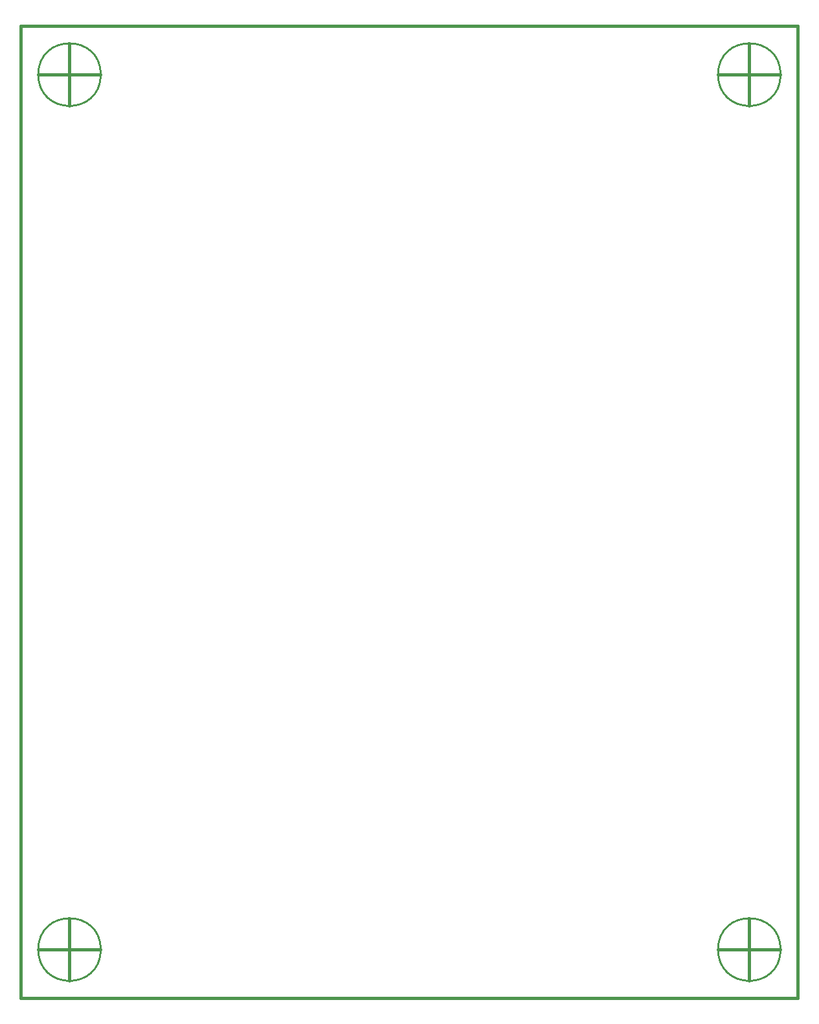
<source format=gbo>
%FSLAX24Y24*%
%MOIN*%
G70*
G01*
G75*
G04 Layer_Color=9218505*
%ADD10R,0.0374X0.0394*%
%ADD11R,0.0512X0.0728*%
%ADD12R,0.0394X0.0374*%
%ADD13R,0.0728X0.0512*%
%ADD14R,0.1004X0.0965*%
%ADD15O,0.0276X0.1024*%
%ADD16R,0.4760X0.2250*%
%ADD17R,0.0965X0.1004*%
%ADD18R,0.1100X0.1500*%
%ADD19R,0.1500X0.1100*%
%ADD20O,0.0276X0.0984*%
%ADD21C,0.0250*%
%ADD22C,0.0500*%
%ADD23C,0.1000*%
%ADD24C,0.2000*%
%ADD25C,0.1500*%
%ADD26C,0.0800*%
%ADD27C,0.3937*%
%ADD28C,0.0748*%
%ADD29R,0.0750X0.0750*%
%ADD30C,0.1000*%
%ADD31C,0.0950*%
%ADD32C,0.0500*%
%ADD33C,0.0400*%
%ADD34C,0.0250*%
%ADD35C,0.0580*%
%ADD36C,0.0070*%
%ADD37C,0.0098*%
%ADD38C,0.0236*%
%ADD39C,0.0098*%
%ADD40C,0.0150*%
%ADD41C,0.0079*%
%ADD42C,0.0100*%
%ADD43C,0.0200*%
%ADD44R,0.0200X0.2470*%
%ADD45R,0.2470X0.0200*%
%ADD46R,0.0454X0.0474*%
%ADD47R,0.0592X0.0808*%
%ADD48R,0.0474X0.0454*%
%ADD49R,0.0808X0.0592*%
%ADD50R,0.1084X0.1045*%
%ADD51O,0.0356X0.1104*%
%ADD52R,0.4840X0.2330*%
%ADD53R,0.1045X0.1084*%
%ADD54R,0.1180X0.1580*%
%ADD55R,0.1580X0.1180*%
%ADD56O,0.0356X0.1064*%
%ADD57C,0.0880*%
%ADD58C,0.4017*%
%ADD59C,0.0828*%
%ADD60R,0.0830X0.0830*%
%ADD61C,0.1080*%
%ADD62C,0.1030*%
%ADD63C,0.0480*%
%ADD64C,0.0330*%
%ADD65C,0.0660*%
D40*
X40000Y0D02*
Y50000D01*
X0D02*
X40000D01*
X0Y0D02*
Y50000D01*
Y0D02*
X40000D01*
X2500Y45900D02*
Y49100D01*
X900Y47500D02*
X4100D01*
X37500Y45900D02*
Y49100D01*
X35900Y47500D02*
X39100D01*
X2500Y900D02*
Y4100D01*
X900Y2500D02*
X4100D01*
X37500Y900D02*
Y4100D01*
X35900Y2500D02*
X39100D01*
D42*
X4110Y47500D02*
G03*
X4110Y47500I-1610J0D01*
G01*
X39110D02*
G03*
X39110Y47500I-1610J0D01*
G01*
X4110Y2500D02*
G03*
X4110Y2500I-1610J0D01*
G01*
X39110D02*
G03*
X39110Y2500I-1610J0D01*
G01*
M02*

</source>
